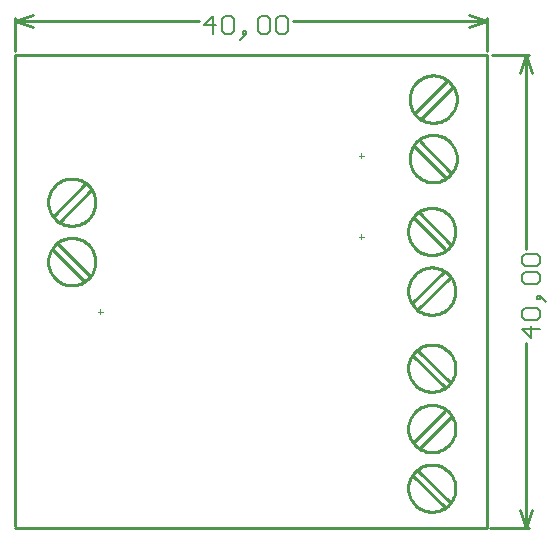
<source format=gm1>
%FSDAX24Y24*%
%MOIN*%
%SFA1B1*%

%IPPOS*%
%ADD25C,0.010000*%
%ADD49C,0.003900*%
%ADD50C,0.006000*%
%LNde-130624-1*%
%LPD*%
G54D25*
X068987Y022300D02*
D01*
X068985Y022354*
X068979Y022409*
X068969Y022463*
X068956Y022516*
X068939Y022569*
X068918Y022620*
X068894Y022669*
X068867Y022717*
X068836Y022762*
X068802Y022805*
X068766Y022846*
X068726Y022884*
X068684Y022920*
X068640Y022952*
X068593Y022981*
X068544Y023007*
X068494Y023029*
X068443Y023048*
X068390Y023063*
X068336Y023075*
X068282Y023082*
X068227Y023086*
X068172*
X068117Y023082*
X068063Y023075*
X068009Y023063*
X067956Y023048*
X067905Y023029*
X067855Y023007*
X067806Y022981*
X067759Y022952*
X067715Y022920*
X067673Y022884*
X067633Y022846*
X067597Y022805*
X067563Y022762*
X067532Y022717*
X067505Y022669*
X067481Y022620*
X067460Y022569*
X067443Y022516*
X067430Y022463*
X067420Y022409*
X067414Y022354*
X067413Y022300*
X067414Y022245*
X067420Y022190*
X067430Y022136*
X067443Y022083*
X067460Y022030*
X067481Y021979*
X067505Y021930*
X067532Y021882*
X067563Y021837*
X067597Y021794*
X067633Y021753*
X067673Y021715*
X067715Y021679*
X067759Y021647*
X067806Y021618*
X067855Y021592*
X067905Y021570*
X067956Y021551*
X068009Y021536*
X068063Y021524*
X068117Y021517*
X068172Y021513*
X068227*
X068282Y021517*
X068336Y021524*
X068390Y021536*
X068443Y021551*
X068494Y021570*
X068544Y021592*
X068593Y021618*
X068640Y021647*
X068684Y021679*
X068726Y021715*
X068766Y021753*
X068802Y021794*
X068836Y021837*
X068867Y021882*
X068894Y021930*
X068918Y021979*
X068939Y022030*
X068956Y022083*
X068969Y022136*
X068979Y022190*
X068985Y022245*
X068987Y022300*
Y024284D02*
D01*
X068985Y024338*
X068979Y024393*
X068969Y024447*
X068956Y024500*
X068939Y024553*
X068918Y024604*
X068894Y024653*
X068867Y024701*
X068836Y024746*
X068802Y024789*
X068766Y024830*
X068726Y024868*
X068684Y024904*
X068640Y024936*
X068593Y024965*
X068544Y024991*
X068494Y025013*
X068443Y025032*
X068390Y025047*
X068336Y025059*
X068282Y025066*
X068227Y025070*
X068172*
X068117Y025066*
X068063Y025059*
X068009Y025047*
X067956Y025032*
X067905Y025013*
X067855Y024991*
X067806Y024965*
X067759Y024936*
X067715Y024904*
X067673Y024868*
X067633Y024830*
X067597Y024789*
X067563Y024746*
X067532Y024701*
X067505Y024653*
X067481Y024604*
X067460Y024553*
X067443Y024500*
X067430Y024447*
X067420Y024393*
X067414Y024338*
X067413Y024284*
X067414Y024229*
X067420Y024174*
X067430Y024120*
X067443Y024067*
X067460Y024014*
X067481Y023963*
X067505Y023914*
X067532Y023866*
X067563Y023821*
X067597Y023778*
X067633Y023737*
X067673Y023699*
X067715Y023663*
X067759Y023631*
X067806Y023602*
X067855Y023576*
X067905Y023554*
X067956Y023535*
X068009Y023520*
X068063Y023508*
X068117Y023501*
X068172Y023497*
X068227*
X068282Y023501*
X068336Y023508*
X068390Y023520*
X068443Y023535*
X068494Y023554*
X068544Y023576*
X068593Y023602*
X068640Y023631*
X068684Y023663*
X068726Y023699*
X068766Y023737*
X068802Y023778*
X068836Y023821*
X068867Y023866*
X068894Y023914*
X068918Y023963*
X068939Y024014*
X068956Y024067*
X068969Y024120*
X068979Y024174*
X068985Y024229*
X068987Y024284*
X068937Y019869D02*
D01*
X068935Y019923*
X068929Y019978*
X068919Y020032*
X068906Y020085*
X068889Y020138*
X068868Y020189*
X068844Y020238*
X068817Y020286*
X068786Y020331*
X068752Y020374*
X068716Y020415*
X068676Y020453*
X068634Y020489*
X068590Y020521*
X068543Y020550*
X068494Y020576*
X068444Y020598*
X068393Y020617*
X068340Y020632*
X068286Y020644*
X068232Y020651*
X068177Y020655*
X068122*
X068067Y020651*
X068013Y020644*
X067959Y020632*
X067906Y020617*
X067855Y020598*
X067805Y020576*
X067756Y020550*
X067709Y020521*
X067665Y020489*
X067623Y020453*
X067583Y020415*
X067547Y020374*
X067513Y020331*
X067482Y020286*
X067455Y020238*
X067431Y020189*
X067410Y020138*
X067393Y020085*
X067380Y020032*
X067370Y019978*
X067364Y019923*
X067363Y019869*
X067364Y019814*
X067370Y019759*
X067380Y019705*
X067393Y019652*
X067410Y019599*
X067431Y019548*
X067455Y019499*
X067482Y019451*
X067513Y019406*
X067547Y019363*
X067583Y019322*
X067623Y019284*
X067665Y019248*
X067709Y019216*
X067756Y019187*
X067805Y019161*
X067855Y019139*
X067906Y019120*
X067959Y019105*
X068013Y019093*
X068067Y019086*
X068122Y019082*
X068177*
X068232Y019086*
X068286Y019093*
X068340Y019105*
X068393Y019120*
X068444Y019139*
X068494Y019161*
X068543Y019187*
X068590Y019216*
X068634Y019248*
X068676Y019284*
X068716Y019322*
X068752Y019363*
X068786Y019406*
X068817Y019451*
X068844Y019499*
X068868Y019548*
X068889Y019599*
X068906Y019652*
X068919Y019705*
X068929Y019759*
X068935Y019814*
X068937Y019869*
Y017884D02*
D01*
X068935Y017938*
X068929Y017993*
X068919Y018047*
X068906Y018100*
X068889Y018153*
X068868Y018204*
X068844Y018253*
X068817Y018301*
X068786Y018346*
X068752Y018389*
X068716Y018430*
X068676Y018468*
X068634Y018504*
X068590Y018536*
X068543Y018565*
X068494Y018591*
X068444Y018613*
X068393Y018632*
X068340Y018647*
X068286Y018659*
X068232Y018666*
X068177Y018670*
X068122*
X068067Y018666*
X068013Y018659*
X067959Y018647*
X067906Y018632*
X067855Y018613*
X067805Y018591*
X067756Y018565*
X067709Y018536*
X067665Y018504*
X067623Y018468*
X067583Y018430*
X067547Y018389*
X067513Y018346*
X067482Y018301*
X067455Y018253*
X067431Y018204*
X067410Y018153*
X067393Y018100*
X067380Y018047*
X067370Y017993*
X067364Y017938*
X067363Y017884*
X067364Y017829*
X067370Y017774*
X067380Y017720*
X067393Y017667*
X067410Y017614*
X067431Y017563*
X067455Y017514*
X067482Y017466*
X067513Y017421*
X067547Y017378*
X067583Y017337*
X067623Y017299*
X067665Y017263*
X067709Y017231*
X067756Y017202*
X067805Y017176*
X067855Y017154*
X067906Y017135*
X067959Y017120*
X068013Y017108*
X068067Y017101*
X068122Y017097*
X068177*
X068232Y017101*
X068286Y017108*
X068340Y017120*
X068393Y017135*
X068444Y017154*
X068494Y017176*
X068543Y017202*
X068590Y017231*
X068634Y017263*
X068676Y017299*
X068716Y017337*
X068752Y017378*
X068786Y017421*
X068817Y017466*
X068844Y017514*
X068868Y017563*
X068889Y017614*
X068906Y017667*
X068919Y017720*
X068929Y017774*
X068935Y017829*
X068937Y017884*
X068941Y013300D02*
D01*
X068939Y013354*
X068933Y013409*
X068923Y013463*
X068910Y013516*
X068893Y013569*
X068872Y013620*
X068848Y013669*
X068821Y013717*
X068790Y013762*
X068756Y013805*
X068720Y013846*
X068680Y013884*
X068638Y013920*
X068594Y013952*
X068547Y013981*
X068498Y014007*
X068448Y014029*
X068397Y014048*
X068344Y014063*
X068290Y014075*
X068236Y014082*
X068181Y014086*
X068126*
X068071Y014082*
X068017Y014075*
X067963Y014063*
X067910Y014048*
X067859Y014029*
X067809Y014007*
X067760Y013981*
X067713Y013952*
X067669Y013920*
X067627Y013884*
X067587Y013846*
X067551Y013805*
X067517Y013762*
X067486Y013717*
X067459Y013669*
X067435Y013620*
X067414Y013569*
X067397Y013516*
X067384Y013463*
X067374Y013409*
X067368Y013354*
X067367Y013300*
X067368Y013245*
X067374Y013190*
X067384Y013136*
X067397Y013083*
X067414Y013030*
X067435Y012979*
X067459Y012930*
X067486Y012882*
X067517Y012837*
X067551Y012794*
X067587Y012753*
X067627Y012715*
X067669Y012679*
X067713Y012647*
X067760Y012618*
X067809Y012592*
X067859Y012570*
X067910Y012551*
X067963Y012536*
X068017Y012524*
X068071Y012517*
X068126Y012513*
X068181*
X068236Y012517*
X068290Y012524*
X068344Y012536*
X068397Y012551*
X068448Y012570*
X068498Y012592*
X068547Y012618*
X068594Y012647*
X068638Y012679*
X068680Y012715*
X068720Y012753*
X068756Y012794*
X068790Y012837*
X068821Y012882*
X068848Y012930*
X068872Y012979*
X068893Y013030*
X068910Y013083*
X068923Y013136*
X068933Y013190*
X068939Y013245*
X068941Y013300*
Y015316D02*
D01*
X068939Y015370*
X068933Y015425*
X068923Y015479*
X068910Y015532*
X068893Y015585*
X068872Y015636*
X068848Y015685*
X068821Y015733*
X068790Y015778*
X068756Y015821*
X068720Y015862*
X068680Y015900*
X068638Y015936*
X068594Y015968*
X068547Y015997*
X068498Y016023*
X068448Y016045*
X068397Y016064*
X068344Y016079*
X068290Y016091*
X068236Y016098*
X068181Y016102*
X068126*
X068071Y016098*
X068017Y016091*
X067963Y016079*
X067910Y016064*
X067859Y016045*
X067809Y016023*
X067760Y015997*
X067713Y015968*
X067669Y015936*
X067627Y015900*
X067587Y015862*
X067551Y015821*
X067517Y015778*
X067486Y015733*
X067459Y015685*
X067435Y015636*
X067414Y015585*
X067397Y015532*
X067384Y015479*
X067374Y015425*
X067368Y015370*
X067367Y015316*
X067368Y015261*
X067374Y015206*
X067384Y015152*
X067397Y015099*
X067414Y015046*
X067435Y014995*
X067459Y014946*
X067486Y014898*
X067517Y014853*
X067551Y014810*
X067587Y014769*
X067627Y014731*
X067669Y014695*
X067713Y014663*
X067760Y014634*
X067809Y014608*
X067859Y014586*
X067910Y014567*
X067963Y014552*
X068017Y014540*
X068071Y014533*
X068126Y014529*
X068181*
X068236Y014533*
X068290Y014540*
X068344Y014552*
X068397Y014567*
X068448Y014586*
X068498Y014608*
X068547Y014634*
X068594Y014663*
X068638Y014695*
X068680Y014731*
X068720Y014769*
X068756Y014810*
X068790Y014853*
X068821Y014898*
X068848Y014946*
X068872Y014995*
X068893Y015046*
X068910Y015099*
X068923Y015152*
X068933Y015206*
X068939Y015261*
X068941Y015316*
Y011316D02*
D01*
X068939Y011370*
X068933Y011425*
X068923Y011479*
X068910Y011532*
X068893Y011585*
X068872Y011636*
X068848Y011685*
X068821Y011733*
X068790Y011778*
X068756Y011821*
X068720Y011862*
X068680Y011900*
X068638Y011936*
X068594Y011968*
X068547Y011997*
X068498Y012023*
X068448Y012045*
X068397Y012064*
X068344Y012079*
X068290Y012091*
X068236Y012098*
X068181Y012102*
X068126*
X068071Y012098*
X068017Y012091*
X067963Y012079*
X067910Y012064*
X067859Y012045*
X067809Y012023*
X067760Y011997*
X067713Y011968*
X067669Y011936*
X067627Y011900*
X067587Y011862*
X067551Y011821*
X067517Y011778*
X067486Y011733*
X067459Y011685*
X067435Y011636*
X067414Y011585*
X067397Y011532*
X067384Y011479*
X067374Y011425*
X067368Y011370*
X067367Y011316*
X067368Y011261*
X067374Y011206*
X067384Y011152*
X067397Y011099*
X067414Y011046*
X067435Y010995*
X067459Y010946*
X067486Y010898*
X067517Y010853*
X067551Y010810*
X067587Y010769*
X067627Y010731*
X067669Y010695*
X067713Y010663*
X067760Y010634*
X067809Y010608*
X067859Y010586*
X067910Y010567*
X067963Y010552*
X068017Y010540*
X068071Y010533*
X068126Y010529*
X068181*
X068236Y010533*
X068290Y010540*
X068344Y010552*
X068397Y010567*
X068448Y010586*
X068498Y010608*
X068547Y010634*
X068594Y010663*
X068638Y010695*
X068680Y010731*
X068720Y010769*
X068756Y010810*
X068790Y010853*
X068821Y010898*
X068848Y010946*
X068872Y010995*
X068893Y011046*
X068910Y011099*
X068923Y011152*
X068933Y011206*
X068939Y011261*
X068941Y011316*
X056937Y018866D02*
D01*
X056935Y018920*
X056929Y018975*
X056919Y019029*
X056906Y019082*
X056889Y019135*
X056868Y019186*
X056844Y019235*
X056817Y019283*
X056786Y019328*
X056752Y019371*
X056716Y019412*
X056676Y019450*
X056634Y019486*
X056590Y019518*
X056543Y019547*
X056494Y019573*
X056444Y019595*
X056393Y019614*
X056340Y019629*
X056286Y019641*
X056232Y019648*
X056177Y019652*
X056122*
X056067Y019648*
X056013Y019641*
X055959Y019629*
X055906Y019614*
X055855Y019595*
X055805Y019573*
X055756Y019547*
X055709Y019518*
X055665Y019486*
X055623Y019450*
X055583Y019412*
X055547Y019371*
X055513Y019328*
X055482Y019283*
X055455Y019235*
X055431Y019186*
X055410Y019135*
X055393Y019082*
X055380Y019029*
X055370Y018975*
X055364Y018920*
X055363Y018866*
X055364Y018811*
X055370Y018756*
X055380Y018702*
X055393Y018649*
X055410Y018596*
X055431Y018545*
X055455Y018496*
X055482Y018448*
X055513Y018403*
X055547Y018360*
X055583Y018319*
X055623Y018281*
X055665Y018245*
X055709Y018213*
X055756Y018184*
X055805Y018158*
X055855Y018136*
X055906Y018117*
X055959Y018102*
X056013Y018090*
X056067Y018083*
X056122Y018079*
X056177*
X056232Y018083*
X056286Y018090*
X056340Y018102*
X056393Y018117*
X056444Y018136*
X056494Y018158*
X056543Y018184*
X056590Y018213*
X056634Y018245*
X056676Y018281*
X056716Y018319*
X056752Y018360*
X056786Y018403*
X056817Y018448*
X056844Y018496*
X056868Y018545*
X056889Y018596*
X056906Y018649*
X056919Y018702*
X056929Y018756*
X056935Y018811*
X056937Y018866*
Y020850D02*
D01*
X056935Y020904*
X056929Y020959*
X056919Y021013*
X056906Y021066*
X056889Y021119*
X056868Y021170*
X056844Y021219*
X056817Y021267*
X056786Y021312*
X056752Y021355*
X056716Y021396*
X056676Y021434*
X056634Y021470*
X056590Y021502*
X056543Y021531*
X056494Y021557*
X056444Y021579*
X056393Y021598*
X056340Y021613*
X056286Y021625*
X056232Y021632*
X056177Y021636*
X056122*
X056067Y021632*
X056013Y021625*
X055959Y021613*
X055906Y021598*
X055855Y021579*
X055805Y021557*
X055756Y021531*
X055709Y021502*
X055665Y021470*
X055623Y021434*
X055583Y021396*
X055547Y021355*
X055513Y021312*
X055482Y021267*
X055455Y021219*
X055431Y021170*
X055410Y021119*
X055393Y021066*
X055380Y021013*
X055370Y020959*
X055364Y020904*
X055363Y020850*
X055364Y020795*
X055370Y020740*
X055380Y020686*
X055393Y020633*
X055410Y020580*
X055431Y020529*
X055455Y020480*
X055482Y020432*
X055513Y020387*
X055547Y020344*
X055583Y020303*
X055623Y020265*
X055665Y020229*
X055709Y020197*
X055756Y020168*
X055805Y020142*
X055855Y020120*
X055906Y020101*
X055959Y020086*
X056013Y020074*
X056067Y020067*
X056122Y020063*
X056177*
X056232Y020067*
X056286Y020074*
X056340Y020086*
X056393Y020101*
X056444Y020120*
X056494Y020142*
X056543Y020168*
X056590Y020197*
X056634Y020229*
X056676Y020265*
X056716Y020303*
X056752Y020344*
X056786Y020387*
X056817Y020432*
X056844Y020480*
X056868Y020529*
X056889Y020580*
X056906Y020633*
X056919Y020686*
X056929Y020740*
X056935Y020795*
X056937Y020850*
X067800Y023634D02*
X068850Y024684D01*
X067550Y023834D02*
X067600D01*
X068650Y024884*
X067550Y022734D02*
X068625Y021659D01*
X067750Y022884D02*
X068800Y021834D01*
X067500Y017484D02*
X068550Y018534D01*
X068750Y018334D02*
X068800D01*
X067700Y017284D02*
X068750Y018334D01*
X067725Y020509D02*
X068800Y019434D01*
X067550Y020334D02*
X068600Y019284D01*
X067554Y012850D02*
X068604Y013900D01*
X067754Y012650D02*
X068804Y013700D01*
X067704Y015900D02*
X068754Y014850D01*
X067504Y015750D02*
X068579Y014675D01*
X067704Y011900D02*
X068754Y010850D01*
X067504Y011750D02*
X068579Y010675D01*
X055750Y020200D02*
X056800Y021250D01*
X055500Y020400D02*
X055550D01*
X056600Y021450*
X055500Y019300D02*
X056575Y018225D01*
X055700Y019450D02*
X056750Y018400D01*
X070000Y025898D02*
Y027000D01*
X054254Y025898D02*
Y027000D01*
X063526Y026900D02*
X070000D01*
X054254D02*
X060407D01*
X069400Y027100D02*
X070000Y026900D01*
X069400Y026700D02*
X070000Y026900D01*
X054254D02*
X054854Y026700D01*
X054254Y026900D02*
X054854Y027100D01*
X070100Y010000D02*
X071400D01*
X070150Y025748D02*
X071400D01*
X071300Y010000D02*
Y016154D01*
Y019274D02*
Y025748D01*
Y010000D02*
X071500Y010600D01*
X071100D02*
X071300Y010000D01*
X071100Y025148D02*
X071300Y025748D01*
X071500Y025148*
X070000Y010000D02*
Y025748D01*
X054254Y010050D02*
Y025748D01*
Y010000D02*
X069950D01*
X054254Y025748D02*
X070000D01*
G54D49*
X065721Y022400D02*
X065879D01*
X065800Y022321D02*
Y022479D01*
X065721Y019700D02*
X065879D01*
X065800Y019621D02*
Y019779D01*
X057100Y017121D02*
Y017279D01*
X057021Y017200D02*
X057179D01*
G54D50*
X060867Y026440D02*
Y027040D01*
X060567Y026740*
X060967*
X061167Y026940D02*
X061267Y027040D01*
X061467*
X061567Y026940*
Y026540*
X061467Y026440*
X061267*
X061167Y026540*
Y026940*
X061867Y026340D02*
X061967Y026440D01*
Y026540*
X061867*
Y026440*
X061967*
X061867Y026340*
X061767Y026240*
X062367Y026940D02*
X062467Y027040D01*
X062667*
X062767Y026940*
Y026540*
X062667Y026440*
X062467*
X062367Y026540*
Y026940*
X062966D02*
X063066Y027040D01*
X063266*
X063366Y026940*
Y026540*
X063266Y026440*
X063066*
X062966Y026540*
Y026940*
X071760Y016614D02*
X071160D01*
X071460Y016314*
Y016714*
X071260Y016914D02*
X071160Y017014D01*
Y017214*
X071260Y017314*
X071660*
X071760Y017214*
Y017014*
X071660Y016914*
X071260*
X071860Y017614D02*
X071760Y017714D01*
X071660*
Y017614*
X071760*
Y017714*
X071860Y017614*
X071960Y017514*
X071260Y018114D02*
X071160Y018214D01*
Y018414*
X071260Y018514*
X071660*
X071760Y018414*
Y018214*
X071660Y018114*
X071260*
Y018714D02*
X071160Y018814D01*
Y019014*
X071260Y019114*
X071660*
X071760Y019014*
Y018814*
X071660Y018714*
X071260*
M02*
</source>
